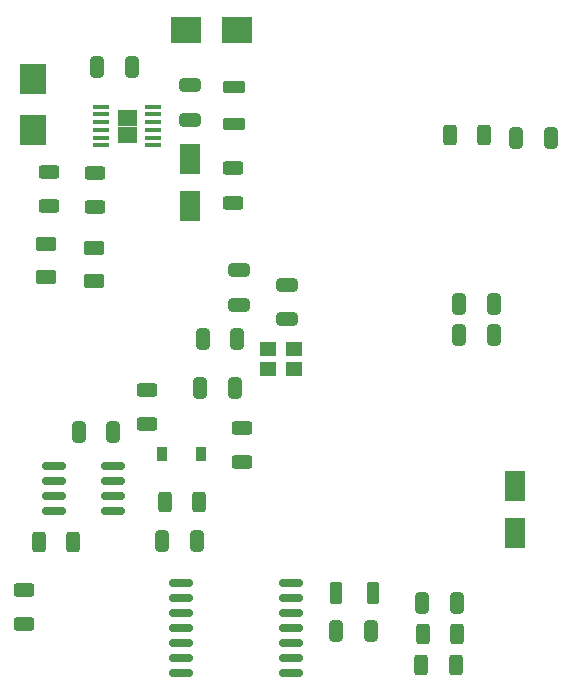
<source format=gbr>
%TF.GenerationSoftware,KiCad,Pcbnew,(6.0.7-1)-1*%
%TF.CreationDate,2023-03-08T09:28:20-05:00*%
%TF.ProjectId,pcb,7063622e-6b69-4636-9164-5f7063625858,rev?*%
%TF.SameCoordinates,Original*%
%TF.FileFunction,Paste,Top*%
%TF.FilePolarity,Positive*%
%FSLAX46Y46*%
G04 Gerber Fmt 4.6, Leading zero omitted, Abs format (unit mm)*
G04 Created by KiCad (PCBNEW (6.0.7-1)-1) date 2023-03-08 09:28:20*
%MOMM*%
%LPD*%
G01*
G04 APERTURE LIST*
G04 Aperture macros list*
%AMRoundRect*
0 Rectangle with rounded corners*
0 $1 Rounding radius*
0 $2 $3 $4 $5 $6 $7 $8 $9 X,Y pos of 4 corners*
0 Add a 4 corners polygon primitive as box body*
4,1,4,$2,$3,$4,$5,$6,$7,$8,$9,$2,$3,0*
0 Add four circle primitives for the rounded corners*
1,1,$1+$1,$2,$3*
1,1,$1+$1,$4,$5*
1,1,$1+$1,$6,$7*
1,1,$1+$1,$8,$9*
0 Add four rect primitives between the rounded corners*
20,1,$1+$1,$2,$3,$4,$5,0*
20,1,$1+$1,$4,$5,$6,$7,0*
20,1,$1+$1,$6,$7,$8,$9,0*
20,1,$1+$1,$8,$9,$2,$3,0*%
G04 Aperture macros list end*
%ADD10C,0.100000*%
%ADD11RoundRect,0.250000X-0.625000X0.312500X-0.625000X-0.312500X0.625000X-0.312500X0.625000X0.312500X0*%
%ADD12RoundRect,0.250000X-0.325000X-0.650000X0.325000X-0.650000X0.325000X0.650000X-0.325000X0.650000X0*%
%ADD13RoundRect,0.150000X-0.825000X-0.150000X0.825000X-0.150000X0.825000X0.150000X-0.825000X0.150000X0*%
%ADD14R,0.900000X1.200000*%
%ADD15R,1.333500X0.431800*%
%ADD16R,2.500000X2.300000*%
%ADD17R,2.300000X2.500000*%
%ADD18RoundRect,0.250000X0.700000X-0.275000X0.700000X0.275000X-0.700000X0.275000X-0.700000X-0.275000X0*%
%ADD19R,1.400000X1.200000*%
%ADD20RoundRect,0.150000X-0.875000X-0.150000X0.875000X-0.150000X0.875000X0.150000X-0.875000X0.150000X0*%
%ADD21RoundRect,0.250000X-0.275000X-0.700000X0.275000X-0.700000X0.275000X0.700000X-0.275000X0.700000X0*%
%ADD22RoundRect,0.250000X-0.312500X-0.625000X0.312500X-0.625000X0.312500X0.625000X-0.312500X0.625000X0*%
%ADD23RoundRect,0.250000X0.625000X-0.312500X0.625000X0.312500X-0.625000X0.312500X-0.625000X-0.312500X0*%
%ADD24RoundRect,0.250000X0.312500X0.625000X-0.312500X0.625000X-0.312500X-0.625000X0.312500X-0.625000X0*%
%ADD25RoundRect,0.250000X-0.625000X0.375000X-0.625000X-0.375000X0.625000X-0.375000X0.625000X0.375000X0*%
%ADD26RoundRect,0.250000X-0.650000X0.325000X-0.650000X-0.325000X0.650000X-0.325000X0.650000X0.325000X0*%
%ADD27RoundRect,0.250000X0.325000X0.650000X-0.325000X0.650000X-0.325000X-0.650000X0.325000X-0.650000X0*%
%ADD28R,1.800000X2.500000*%
G04 APERTURE END LIST*
%TO.C,U3*%
G36*
X119576300Y-90200000D02*
G01*
X118023700Y-90200000D01*
X118023700Y-88926800D01*
X119576300Y-88926800D01*
X119576300Y-90200000D01*
G37*
D10*
X119576300Y-90200000D02*
X118023700Y-90200000D01*
X118023700Y-88926800D01*
X119576300Y-88926800D01*
X119576300Y-90200000D01*
G36*
X119576300Y-91673200D02*
G01*
X118023700Y-91673200D01*
X118023700Y-90400000D01*
X119576300Y-90400000D01*
X119576300Y-91673200D01*
G37*
X119576300Y-91673200D02*
X118023700Y-91673200D01*
X118023700Y-90400000D01*
X119576300Y-90400000D01*
X119576300Y-91673200D01*
%TD*%
D11*
%TO.C,R11*%
X120500000Y-112637500D03*
X120500000Y-115562500D03*
%TD*%
D12*
%TO.C,C13*%
X114725000Y-116200000D03*
X117675000Y-116200000D03*
%TD*%
D13*
%TO.C,U4*%
X112660000Y-119060000D03*
X112660000Y-120330000D03*
X112660000Y-121600000D03*
X112660000Y-122870000D03*
X117610000Y-122870000D03*
X117610000Y-121600000D03*
X117610000Y-120330000D03*
X117610000Y-119060000D03*
%TD*%
D14*
%TO.C,D7*%
X121750000Y-118100000D03*
X125050000Y-118100000D03*
%TD*%
D12*
%TO.C,C4*%
X125225000Y-108300000D03*
X128175000Y-108300000D03*
%TD*%
D15*
%TO.C,U3*%
X116583850Y-88674400D03*
X116583850Y-89324640D03*
X116583850Y-89974880D03*
X116583850Y-90625120D03*
X116583850Y-91275360D03*
X116583850Y-91925600D03*
X121016150Y-91925600D03*
X121016150Y-91275360D03*
X121016150Y-90625120D03*
X121016150Y-89974880D03*
X121016150Y-89324640D03*
X121016150Y-88674400D03*
%TD*%
D12*
%TO.C,C8*%
X116325000Y-85300000D03*
X119275000Y-85300000D03*
%TD*%
D16*
%TO.C,D3*%
X123850000Y-82200000D03*
X128150000Y-82200000D03*
%TD*%
D17*
%TO.C,D5*%
X110900000Y-90650000D03*
X110900000Y-86350000D03*
%TD*%
D18*
%TO.C,L2*%
X127900000Y-90150000D03*
X127900000Y-87000000D03*
%TD*%
D19*
%TO.C,Y1*%
X133000000Y-109150000D03*
X130800000Y-109150000D03*
X130800000Y-110850000D03*
X133000000Y-110850000D03*
%TD*%
D20*
%TO.C,U2*%
X123425000Y-128990000D03*
X123425000Y-130260000D03*
X123425000Y-131530000D03*
X123425000Y-132800000D03*
X123425000Y-134070000D03*
X123425000Y-135340000D03*
X123425000Y-136610000D03*
X132725000Y-136610000D03*
X132725000Y-135340000D03*
X132725000Y-134070000D03*
X132725000Y-132800000D03*
X132725000Y-131530000D03*
X132725000Y-130260000D03*
X132725000Y-128990000D03*
%TD*%
D21*
%TO.C,L1*%
X136500000Y-129800000D03*
X139650000Y-129800000D03*
%TD*%
D22*
%TO.C,R2*%
X143850000Y-133300000D03*
X146775000Y-133300000D03*
%TD*%
D12*
%TO.C,C5*%
X125025000Y-112500000D03*
X127975000Y-112500000D03*
%TD*%
D23*
%TO.C,R8*%
X128600000Y-118762500D03*
X128600000Y-115837500D03*
%TD*%
D11*
%TO.C,R5*%
X127800000Y-93875000D03*
X127800000Y-96800000D03*
%TD*%
D24*
%TO.C,R6*%
X114262500Y-125500000D03*
X111337500Y-125500000D03*
%TD*%
D12*
%TO.C,C6*%
X136500000Y-133100000D03*
X139450000Y-133100000D03*
%TD*%
D25*
%TO.C,D1*%
X116000000Y-100600000D03*
X116000000Y-103400000D03*
%TD*%
D26*
%TO.C,C9*%
X124200000Y-86825000D03*
X124200000Y-89775000D03*
%TD*%
D27*
%TO.C,C12*%
X154750000Y-91300000D03*
X151800000Y-91300000D03*
%TD*%
D12*
%TO.C,C2*%
X146925000Y-105400000D03*
X149875000Y-105400000D03*
%TD*%
D24*
%TO.C,R10*%
X149062500Y-91100000D03*
X146137500Y-91100000D03*
%TD*%
D12*
%TO.C,C7*%
X143825000Y-130700000D03*
X146775000Y-130700000D03*
%TD*%
D23*
%TO.C,R4*%
X112200000Y-97100000D03*
X112200000Y-94175000D03*
%TD*%
D26*
%TO.C,C1*%
X132400000Y-103725000D03*
X132400000Y-106675000D03*
%TD*%
D23*
%TO.C,R7*%
X110100000Y-129575000D03*
X110100000Y-132500000D03*
%TD*%
D25*
%TO.C,D2*%
X112000000Y-100300000D03*
X112000000Y-103100000D03*
%TD*%
D22*
%TO.C,R1*%
X143750000Y-135900000D03*
X146675000Y-135900000D03*
%TD*%
D27*
%TO.C,C3*%
X149875000Y-108000000D03*
X146925000Y-108000000D03*
%TD*%
D12*
%TO.C,C11*%
X124775000Y-125400000D03*
X121825000Y-125400000D03*
%TD*%
D28*
%TO.C,D6*%
X151700000Y-124800000D03*
X151700000Y-120800000D03*
%TD*%
D24*
%TO.C,R9*%
X124962500Y-122100000D03*
X122037500Y-122100000D03*
%TD*%
D26*
%TO.C,C10*%
X128300000Y-102525000D03*
X128300000Y-105475000D03*
%TD*%
D28*
%TO.C,D4*%
X124200000Y-93100000D03*
X124200000Y-97100000D03*
%TD*%
D23*
%TO.C,R3*%
X116100000Y-97200000D03*
X116100000Y-94275000D03*
%TD*%
M02*

</source>
